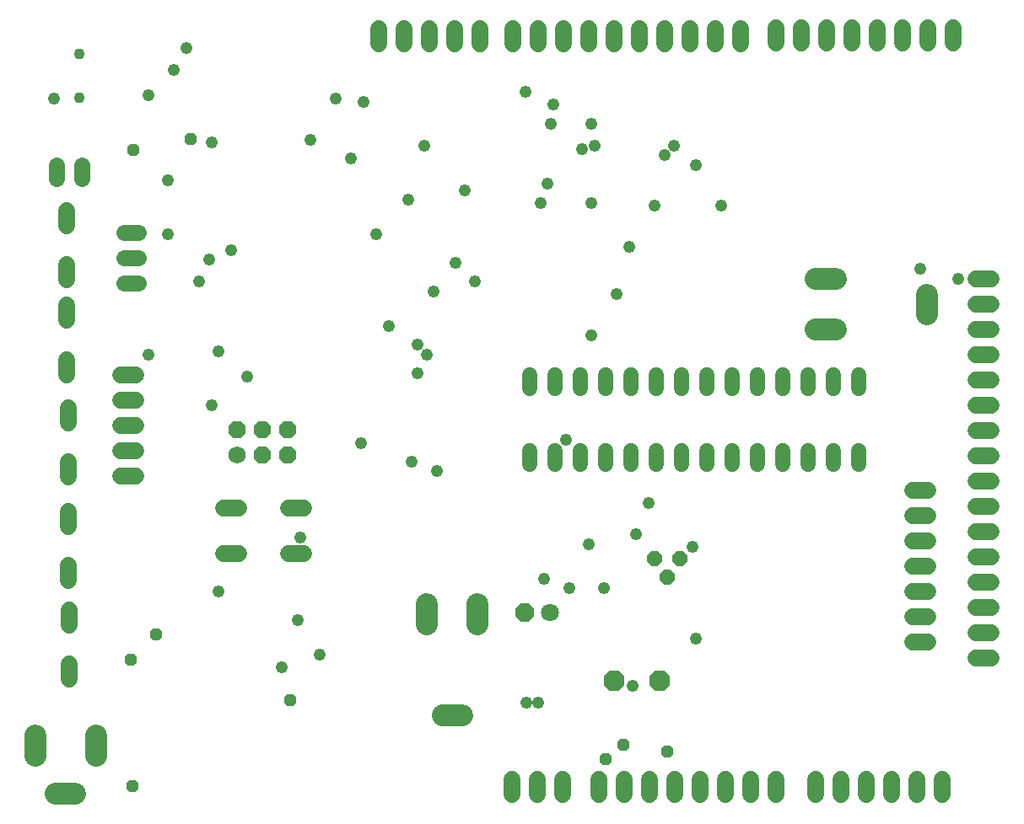
<source format=gbs>
G75*
%MOIN*%
%OFA0B0*%
%FSLAX25Y25*%
%IPPOS*%
%LPD*%
%AMOC8*
5,1,8,0,0,1.08239X$1,22.5*
%
%ADD10OC8,0.07100*%
%ADD11C,0.07100*%
%ADD12C,0.06800*%
%ADD13C,0.06400*%
%ADD14C,0.04769*%
%ADD15OC8,0.08300*%
%ADD16OC8,0.06000*%
%ADD17C,0.04343*%
%ADD18C,0.08600*%
%ADD19C,0.06800*%
%ADD20OC8,0.06800*%
%ADD21C,0.08674*%
%ADD22C,0.06000*%
%ADD23C,0.04800*%
%ADD24OC8,0.04800*%
D10*
X0286833Y0083167D03*
D11*
X0296833Y0083167D03*
D12*
X0291833Y0017167D02*
X0291833Y0011167D01*
X0281833Y0011167D02*
X0281833Y0017167D01*
X0301833Y0017167D02*
X0301833Y0011167D01*
X0316333Y0011167D02*
X0316333Y0017167D01*
X0326333Y0017167D02*
X0326333Y0011167D01*
X0336333Y0011167D02*
X0336333Y0017167D01*
X0346333Y0017167D02*
X0346333Y0011167D01*
X0356333Y0011167D02*
X0356333Y0017167D01*
X0366333Y0017167D02*
X0366333Y0011167D01*
X0376333Y0011167D02*
X0376333Y0017167D01*
X0386333Y0017167D02*
X0386333Y0011167D01*
X0401833Y0011167D02*
X0401833Y0017167D01*
X0411833Y0017167D02*
X0411833Y0011167D01*
X0421833Y0011167D02*
X0421833Y0017167D01*
X0431833Y0017167D02*
X0431833Y0011167D01*
X0441833Y0011167D02*
X0441833Y0017167D01*
X0451833Y0017167D02*
X0451833Y0011167D01*
X0465333Y0065167D02*
X0471333Y0065167D01*
X0471333Y0075167D02*
X0465333Y0075167D01*
X0465333Y0085167D02*
X0471333Y0085167D01*
X0471333Y0095167D02*
X0465333Y0095167D01*
X0465333Y0105167D02*
X0471333Y0105167D01*
X0471333Y0115167D02*
X0465333Y0115167D01*
X0465333Y0125167D02*
X0471333Y0125167D01*
X0471333Y0135167D02*
X0465333Y0135167D01*
X0465333Y0145167D02*
X0471333Y0145167D01*
X0471333Y0155167D02*
X0465333Y0155167D01*
X0465333Y0165167D02*
X0471333Y0165167D01*
X0471333Y0175167D02*
X0465333Y0175167D01*
X0465333Y0185167D02*
X0471333Y0185167D01*
X0471333Y0195167D02*
X0465333Y0195167D01*
X0465333Y0205167D02*
X0471333Y0205167D01*
X0471333Y0215167D02*
X0465333Y0215167D01*
X0446333Y0131667D02*
X0440333Y0131667D01*
X0440333Y0121667D02*
X0446333Y0121667D01*
X0446333Y0111667D02*
X0440333Y0111667D01*
X0440333Y0101667D02*
X0446333Y0101667D01*
X0446333Y0091667D02*
X0440333Y0091667D01*
X0440333Y0081667D02*
X0446333Y0081667D01*
X0446333Y0071667D02*
X0440333Y0071667D01*
X0199633Y0106767D02*
X0193633Y0106767D01*
X0193633Y0124567D02*
X0199633Y0124567D01*
X0174033Y0124567D02*
X0168033Y0124567D01*
X0168033Y0106767D02*
X0174033Y0106767D01*
X0133333Y0137167D02*
X0127333Y0137167D01*
X0127333Y0147167D02*
X0133333Y0147167D01*
X0133333Y0157167D02*
X0127333Y0157167D01*
X0127333Y0167167D02*
X0133333Y0167167D01*
X0133333Y0177167D02*
X0127333Y0177167D01*
X0106433Y0164467D02*
X0106433Y0158467D01*
X0106433Y0142867D02*
X0106433Y0136867D01*
X0106433Y0123467D02*
X0106433Y0117467D01*
X0106433Y0101867D02*
X0106433Y0095867D01*
X0106933Y0084467D02*
X0106933Y0078467D01*
X0106933Y0062867D02*
X0106933Y0056867D01*
X0105933Y0177367D02*
X0105933Y0183367D01*
X0105933Y0198967D02*
X0105933Y0204967D01*
X0105933Y0214867D02*
X0105933Y0220867D01*
X0105933Y0236467D02*
X0105933Y0242467D01*
X0229333Y0308167D02*
X0229333Y0314167D01*
X0239333Y0314167D02*
X0239333Y0308167D01*
X0249333Y0308167D02*
X0249333Y0314167D01*
X0259333Y0314167D02*
X0259333Y0308167D01*
X0269333Y0308167D02*
X0269333Y0314167D01*
X0282333Y0314167D02*
X0282333Y0308167D01*
X0292333Y0308167D02*
X0292333Y0314167D01*
X0302333Y0314167D02*
X0302333Y0308167D01*
X0312333Y0308167D02*
X0312333Y0314167D01*
X0322333Y0314167D02*
X0322333Y0308167D01*
X0332333Y0308167D02*
X0332333Y0314167D01*
X0342333Y0314167D02*
X0342333Y0308167D01*
X0352333Y0308167D02*
X0352333Y0314167D01*
X0362333Y0314167D02*
X0362333Y0308167D01*
X0372333Y0308167D02*
X0372333Y0314167D01*
X0386333Y0314667D02*
X0386333Y0308667D01*
X0396333Y0308667D02*
X0396333Y0314667D01*
X0406333Y0314667D02*
X0406333Y0308667D01*
X0416333Y0308667D02*
X0416333Y0314667D01*
X0426333Y0314667D02*
X0426333Y0308667D01*
X0436333Y0308667D02*
X0436333Y0314667D01*
X0446333Y0314667D02*
X0446333Y0308667D01*
X0456333Y0308667D02*
X0456333Y0314667D01*
D13*
X0134133Y0233667D02*
X0128533Y0233667D01*
X0128533Y0223667D02*
X0134133Y0223667D01*
X0134133Y0213667D02*
X0128533Y0213667D01*
X0111833Y0254867D02*
X0111833Y0260467D01*
X0101833Y0260467D02*
X0101833Y0254867D01*
D14*
X0287471Y0047592D03*
X0292196Y0047592D03*
D15*
X0322333Y0056167D03*
X0340333Y0056167D03*
D16*
X0343333Y0097167D03*
X0338333Y0104667D03*
X0348333Y0104667D03*
D17*
X0110833Y0287005D03*
X0110833Y0304328D03*
D18*
X0248333Y0086567D02*
X0248333Y0078767D01*
X0268333Y0078767D02*
X0268333Y0086567D01*
X0262233Y0042667D02*
X0254433Y0042667D01*
X0401933Y0195167D02*
X0409733Y0195167D01*
X0409733Y0215167D02*
X0401933Y0215167D01*
X0445833Y0209067D02*
X0445833Y0201267D01*
D19*
X0173333Y0145667D03*
D20*
X0183333Y0145667D03*
X0193333Y0145667D03*
X0193333Y0155667D03*
X0183333Y0155667D03*
X0173333Y0155667D03*
D21*
X0093522Y0034604D02*
X0093522Y0026730D01*
X0101396Y0011769D02*
X0109270Y0011769D01*
X0117538Y0026730D02*
X0117538Y0034604D01*
D22*
X0288833Y0142067D02*
X0288833Y0147267D01*
X0298833Y0147267D02*
X0298833Y0142067D01*
X0308833Y0142067D02*
X0308833Y0147267D01*
X0318833Y0147267D02*
X0318833Y0142067D01*
X0328833Y0142067D02*
X0328833Y0147267D01*
X0338833Y0147267D02*
X0338833Y0142067D01*
X0348833Y0142067D02*
X0348833Y0147267D01*
X0358833Y0147267D02*
X0358833Y0142067D01*
X0368833Y0142067D02*
X0368833Y0147267D01*
X0378833Y0147267D02*
X0378833Y0142067D01*
X0388833Y0142067D02*
X0388833Y0147267D01*
X0398833Y0147267D02*
X0398833Y0142067D01*
X0408833Y0142067D02*
X0408833Y0147267D01*
X0418833Y0147267D02*
X0418833Y0142067D01*
X0418833Y0172067D02*
X0418833Y0177267D01*
X0408833Y0177267D02*
X0408833Y0172067D01*
X0398833Y0172067D02*
X0398833Y0177267D01*
X0388833Y0177267D02*
X0388833Y0172067D01*
X0378833Y0172067D02*
X0378833Y0177267D01*
X0368833Y0177267D02*
X0368833Y0172067D01*
X0358833Y0172067D02*
X0358833Y0177267D01*
X0348833Y0177267D02*
X0348833Y0172067D01*
X0338833Y0172067D02*
X0338833Y0177267D01*
X0328833Y0177267D02*
X0328833Y0172067D01*
X0318833Y0172067D02*
X0318833Y0177267D01*
X0308833Y0177267D02*
X0308833Y0172067D01*
X0298833Y0172067D02*
X0298833Y0177267D01*
X0288833Y0177267D02*
X0288833Y0172067D01*
D23*
X0303333Y0151667D03*
X0335833Y0126667D03*
X0330833Y0114167D03*
X0312083Y0110417D03*
X0318333Y0092917D03*
X0304583Y0092917D03*
X0294583Y0096667D03*
X0329583Y0054167D03*
X0354583Y0072917D03*
X0353333Y0109167D03*
X0313333Y0192917D03*
X0323333Y0209167D03*
X0328333Y0227917D03*
X0338333Y0244167D03*
X0342083Y0264167D03*
X0345833Y0267917D03*
X0354583Y0260417D03*
X0364583Y0244167D03*
X0314583Y0267917D03*
X0309583Y0266667D03*
X0313333Y0276667D03*
X0297083Y0276667D03*
X0298333Y0284167D03*
X0287083Y0289167D03*
X0295833Y0252917D03*
X0293333Y0245417D03*
X0313333Y0245417D03*
X0267083Y0214167D03*
X0259583Y0221667D03*
X0250833Y0210417D03*
X0233333Y0196667D03*
X0244583Y0189167D03*
X0248333Y0185417D03*
X0244583Y0177917D03*
X0222083Y0150417D03*
X0242083Y0142917D03*
X0252083Y0139167D03*
X0198333Y0112917D03*
X0197083Y0080417D03*
X0205833Y0066667D03*
X0190833Y0061667D03*
X0165833Y0091667D03*
X0163333Y0165417D03*
X0177083Y0176667D03*
X0165833Y0186667D03*
X0138333Y0185417D03*
X0158333Y0214167D03*
X0162083Y0222917D03*
X0170833Y0226667D03*
X0145833Y0232917D03*
X0145833Y0254167D03*
X0163333Y0269167D03*
X0138333Y0287917D03*
X0148333Y0297917D03*
X0153333Y0306667D03*
X0202083Y0270417D03*
X0212083Y0286667D03*
X0223333Y0285417D03*
X0218333Y0262917D03*
X0240833Y0246667D03*
X0228333Y0232917D03*
X0263333Y0250417D03*
X0247083Y0267917D03*
X0100833Y0286667D03*
X0443333Y0219167D03*
X0458333Y0215417D03*
D24*
X0343333Y0028167D03*
X0325833Y0030917D03*
X0318833Y0025167D03*
X0194333Y0048667D03*
X0141333Y0074667D03*
X0131333Y0064667D03*
X0131833Y0014667D03*
X0132333Y0266167D03*
X0154833Y0270667D03*
M02*

</source>
